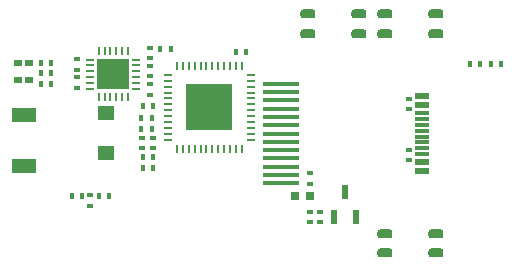
<source format=gtp>
G04*
G04 #@! TF.GenerationSoftware,Altium Limited,Altium Designer,21.6.4 (81)*
G04*
G04 Layer_Color=8421504*
%FSLAX44Y44*%
%MOMM*%
G71*
G04*
G04 #@! TF.SameCoordinates,711A6483-5E67-4E50-9913-089A3A40D486*
G04*
G04*
G04 #@! TF.FilePolarity,Positive*
G04*
G01*
G75*
%ADD16R,4.0000X4.0000*%
%ADD17R,0.8000X0.2800*%
%ADD18R,0.2800X0.8000*%
%ADD19R,0.4000X0.5000*%
G04:AMPARAMS|DCode=20|XSize=0.4mm|YSize=0.5mm|CornerRadius=0mm|HoleSize=0mm|Usage=FLASHONLY|Rotation=180.000|XOffset=0mm|YOffset=0mm|HoleType=Round|Shape=Octagon|*
%AMOCTAGOND20*
4,1,8,0.1000,-0.2500,-0.1000,-0.2500,-0.2000,-0.1500,-0.2000,0.1500,-0.1000,0.2500,0.1000,0.2500,0.2000,0.1500,0.2000,-0.1500,0.1000,-0.2500,0.0*
%
%ADD20OCTAGOND20*%

%ADD21R,0.6000X1.3000*%
%ADD22R,0.5000X0.4000*%
%ADD23R,2.7000X2.6000*%
%ADD24O,0.8000X0.2500*%
%ADD25O,0.2500X0.8000*%
%ADD26R,0.7620X0.7620*%
%ADD27R,1.4000X1.2000*%
G04:AMPARAMS|DCode=28|XSize=0.4mm|YSize=3mm|CornerRadius=0.04mm|HoleSize=0mm|Usage=FLASHONLY|Rotation=90.000|XOffset=0mm|YOffset=0mm|HoleType=Round|Shape=RoundedRectangle|*
%AMROUNDEDRECTD28*
21,1,0.4000,2.9200,0,0,90.0*
21,1,0.3200,3.0000,0,0,90.0*
1,1,0.0800,1.4600,0.1600*
1,1,0.0800,1.4600,-0.1600*
1,1,0.0800,-1.4600,-0.1600*
1,1,0.0800,-1.4600,0.1600*
%
%ADD28ROUNDEDRECTD28*%
%ADD29R,2.0000X1.2000*%
G04:AMPARAMS|DCode=30|XSize=1.27mm|YSize=0.762mm|CornerRadius=0.1905mm|HoleSize=0mm|Usage=FLASHONLY|Rotation=0.000|XOffset=0mm|YOffset=0mm|HoleType=Round|Shape=RoundedRectangle|*
%AMROUNDEDRECTD30*
21,1,1.2700,0.3810,0,0,0.0*
21,1,0.8890,0.7620,0,0,0.0*
1,1,0.3810,0.4445,-0.1905*
1,1,0.3810,-0.4445,-0.1905*
1,1,0.3810,-0.4445,0.1905*
1,1,0.3810,0.4445,0.1905*
%
%ADD30ROUNDEDRECTD30*%
%ADD31R,1.1500X0.6000*%
%ADD32R,1.1500X0.3000*%
%ADD33R,0.7000X0.6000*%
D16*
X153670Y106680D02*
D03*
D17*
X118672Y79180D02*
D03*
X118671Y84182D02*
D03*
X118672Y89180D02*
D03*
X118671Y94182D02*
D03*
X118672Y99180D02*
D03*
X118671Y104182D02*
D03*
X118672Y109180D02*
D03*
X118671Y114182D02*
D03*
X118672Y119180D02*
D03*
X118671Y124182D02*
D03*
X118672Y129180D02*
D03*
X118671Y134182D02*
D03*
X188671Y134182D02*
D03*
X188672Y129181D02*
D03*
X188671Y124182D02*
D03*
X188672Y119181D02*
D03*
X188671Y114182D02*
D03*
X188672Y109181D02*
D03*
X188670Y104182D02*
D03*
X188672Y99181D02*
D03*
X188670Y94182D02*
D03*
X188672Y89181D02*
D03*
X188670Y84182D02*
D03*
X188672Y79181D02*
D03*
D18*
X126170Y141678D02*
D03*
X131172Y141679D02*
D03*
X136170Y141678D02*
D03*
X141172Y141679D02*
D03*
X146170Y141678D02*
D03*
X151172Y141679D02*
D03*
X156170Y141678D02*
D03*
X161172Y141679D02*
D03*
X166170Y141678D02*
D03*
X171172Y141679D02*
D03*
X176170Y141678D02*
D03*
X181172Y141679D02*
D03*
X181172Y71679D02*
D03*
X176171Y71678D02*
D03*
X171172Y71679D02*
D03*
X166171Y71678D02*
D03*
X161172Y71679D02*
D03*
X156171Y71678D02*
D03*
X151172Y71680D02*
D03*
X146171Y71678D02*
D03*
X141172Y71680D02*
D03*
X136171Y71678D02*
D03*
X131172Y71680D02*
D03*
X126171Y71678D02*
D03*
D19*
X382710Y143510D02*
D03*
X400490D02*
D03*
X391990D02*
D03*
X184839Y153669D02*
D03*
X175840Y153670D02*
D03*
X106019Y64386D02*
D03*
X97020Y64387D02*
D03*
X19676Y126586D02*
D03*
Y144366D02*
D03*
X60080Y31750D02*
D03*
X68580D02*
D03*
X45720D02*
D03*
X37220D02*
D03*
X105850Y107950D02*
D03*
X97350D02*
D03*
X111760Y156210D02*
D03*
X120759Y156209D02*
D03*
X106234Y55688D02*
D03*
X97235Y55689D02*
D03*
X104941Y97955D02*
D03*
X95941Y97956D02*
D03*
X104988Y88441D02*
D03*
X95989Y88442D02*
D03*
X11176Y144366D02*
D03*
Y135476D02*
D03*
X19676D02*
D03*
X11176Y126586D02*
D03*
D20*
X374210Y143510D02*
D03*
D21*
X259130Y13970D02*
D03*
X278130D02*
D03*
X268630Y34970D02*
D03*
D22*
X239069Y18220D02*
D03*
Y9720D02*
D03*
X103519Y148065D02*
D03*
Y156565D02*
D03*
Y141325D02*
D03*
Y132825D02*
D03*
X41674Y123166D02*
D03*
X41675Y132165D02*
D03*
X41674Y138406D02*
D03*
X41675Y147405D02*
D03*
X103518Y117336D02*
D03*
X103519Y126335D02*
D03*
X322580Y70290D02*
D03*
Y61790D02*
D03*
X52900Y32250D02*
D03*
X52899Y23251D02*
D03*
X238762Y41681D02*
D03*
X238762Y50680D02*
D03*
X96573Y80989D02*
D03*
Y72489D02*
D03*
X105688Y72107D02*
D03*
X105689Y81107D02*
D03*
X247650Y9720D02*
D03*
Y18220D02*
D03*
X322580Y105390D02*
D03*
Y113890D02*
D03*
D23*
X72390Y134620D02*
D03*
D24*
X91890Y147120D02*
D03*
Y142120D02*
D03*
Y137120D02*
D03*
Y132120D02*
D03*
Y127120D02*
D03*
Y122120D02*
D03*
X52890D02*
D03*
Y127120D02*
D03*
Y132120D02*
D03*
Y137120D02*
D03*
Y142120D02*
D03*
Y147120D02*
D03*
D25*
X84890Y115120D02*
D03*
X79890D02*
D03*
X74890D02*
D03*
X69890D02*
D03*
X64890D02*
D03*
X59890D02*
D03*
Y154120D02*
D03*
X64890D02*
D03*
X69890D02*
D03*
X74890D02*
D03*
X79890D02*
D03*
X84890D02*
D03*
D26*
X225909Y31749D02*
D03*
X238909D02*
D03*
D27*
X66040Y102090D02*
D03*
Y68090D02*
D03*
D28*
X214630Y119500D02*
D03*
Y112500D02*
D03*
Y105500D02*
D03*
Y98500D02*
D03*
Y91500D02*
D03*
Y84500D02*
D03*
Y77500D02*
D03*
Y70500D02*
D03*
Y63500D02*
D03*
Y56500D02*
D03*
Y49500D02*
D03*
Y126500D02*
D03*
Y42500D02*
D03*
D29*
X-3240Y57270D02*
D03*
Y100270D02*
D03*
D30*
X345440Y-254D02*
D03*
X302260D02*
D03*
X345440Y-16510D02*
D03*
X302260D02*
D03*
X280670Y185420D02*
D03*
X237490D02*
D03*
X280670Y169164D02*
D03*
X237490D02*
D03*
X345440Y185420D02*
D03*
X302260D02*
D03*
X345440Y169164D02*
D03*
X302260D02*
D03*
D31*
X333752Y52455D02*
D03*
Y60455D02*
D03*
Y116455D02*
D03*
Y108455D02*
D03*
D32*
Y101955D02*
D03*
Y96955D02*
D03*
Y91955D02*
D03*
Y86955D02*
D03*
Y81955D02*
D03*
Y76955D02*
D03*
Y71955D02*
D03*
Y66955D02*
D03*
D33*
X1190Y130160D02*
D03*
X-8810D02*
D03*
X1190Y144160D02*
D03*
X-8810D02*
D03*
M02*

</source>
